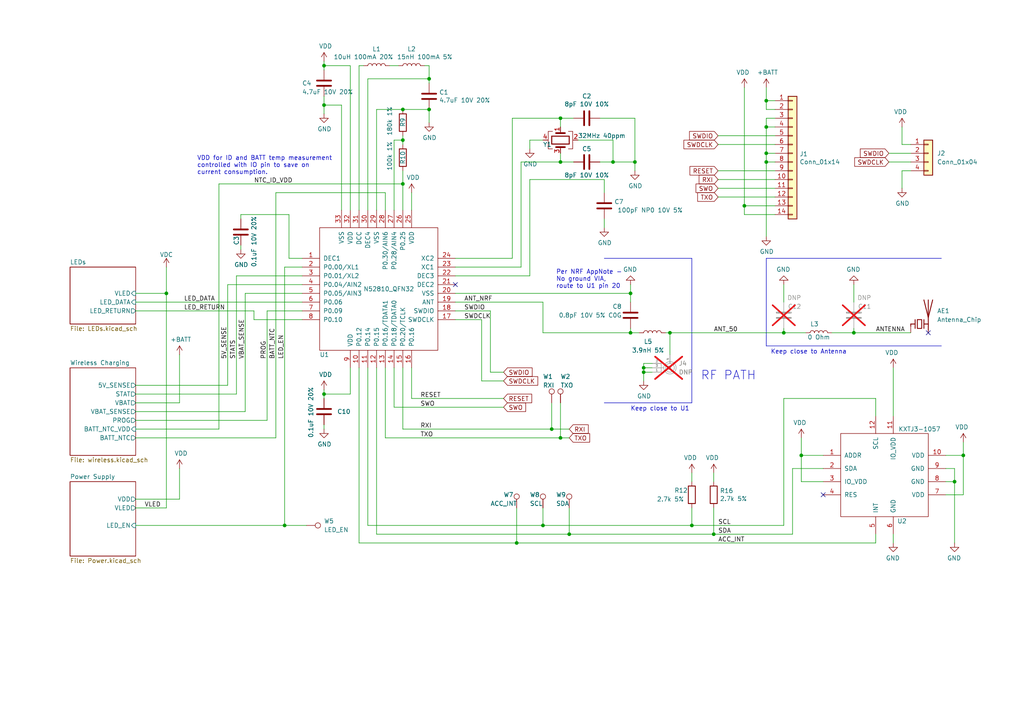
<source format=kicad_sch>
(kicad_sch (version 20230121) (generator eeschema)
  (paper "A4")
  (title_block (title "Pixels D12 Schematic, Main") (date "2022-12-23") (rev "2") (company "Systemic Games, LLC"))
  (lib_symbols
    (symbol "Connector_Generic:Conn_01x04" (pin_names (offset 1.016) hide)
      (property "Reference" "J" (at 0 5.08 0))
      (property "Value" "Conn_01x04" (at 0 -7.62 0))
      (symbol "Conn_01x04_1_1"
        (rectangle (start -1.27 -4.953) (end 0 -5.207) (stroke (width 0.1524)))
        (rectangle (start -1.27 -2.413) (end 0 -2.667) (stroke (width 0.1524)))
        (rectangle (start -1.27 0.127) (end 0 -0.127) (stroke (width 0.1524)))
        (rectangle (start -1.27 2.667) (end 0 2.413) (stroke (width 0.1524)))
        (rectangle (start -1.27 3.81) (end 1.27 -6.35) (stroke (width 0.254)) (fill (type background)))
        (pin passive line (at -5.08 2.54 0) (length 3.81) (name "Pin_1") (number "1"))
        (pin passive line (at -5.08 0 0) (length 3.81) (name "Pin_2") (number "2"))
        (pin passive line (at -5.08 -2.54 0) (length 3.81) (name "Pin_3") (number "3"))
        (pin passive line (at -5.08 -5.08 0) (length 3.81) (name "Pin_4") (number "4"))
      )
    )
    (symbol "Connector_Generic:Conn_01x14" (pin_names (offset 1.016) hide)
      (property "Reference" "J" (at 0 17.78 0))
      (property "Value" "Conn_01x14" (at 0 -20.32 0))
      (symbol "Conn_01x14_1_1"
        (rectangle (start -1.27 -17.653) (end 0 -17.907) (stroke (width 0.1524)))
        (rectangle (start -1.27 -15.113) (end 0 -15.367) (stroke (width 0.1524)))
        (rectangle (start -1.27 -12.573) (end 0 -12.827) (stroke (width 0.1524)))
        (rectangle (start -1.27 -10.033) (end 0 -10.287) (stroke (width 0.1524)))
        (rectangle (start -1.27 -7.493) (end 0 -7.747) (stroke (width 0.1524)))
        (rectangle (start -1.27 -4.953) (end 0 -5.207) (stroke (width 0.1524)))
        (rectangle (start -1.27 -2.413) (end 0 -2.667) (stroke (width 0.1524)))
        (rectangle (start -1.27 0.127) (end 0 -0.127) (stroke (width 0.1524)))
        (rectangle (start -1.27 2.667) (end 0 2.413) (stroke (width 0.1524)))
        (rectangle (start -1.27 5.207) (end 0 4.953) (stroke (width 0.1524)))
        (rectangle (start -1.27 7.747) (end 0 7.493) (stroke (width 0.1524)))
        (rectangle (start -1.27 10.287) (end 0 10.033) (stroke (width 0.1524)))
        (rectangle (start -1.27 12.827) (end 0 12.573) (stroke (width 0.1524)))
        (rectangle (start -1.27 15.367) (end 0 15.113) (stroke (width 0.1524)))
        (rectangle (start -1.27 16.51) (end 1.27 -19.05) (stroke (width 0.254)) (fill (type background)))
        (pin passive line (at -5.08 15.24 0) (length 3.81) (name "Pin_1") (number "1"))
        (pin passive line (at -5.08 -7.62 0) (length 3.81) (name "Pin_10") (number "10"))
        (pin passive line (at -5.08 -10.16 0) (length 3.81) (name "Pin_11") (number "11"))
        (pin passive line (at -5.08 -12.7 0) (length 3.81) (name "Pin_12") (number "12"))
        (pin passive line (at -5.08 -15.24 0) (length 3.81) (name "Pin_13") (number "13"))
        (pin passive line (at -5.08 -17.78 0) (length 3.81) (name "Pin_14") (number "14"))
        (pin passive line (at -5.08 12.7 0) (length 3.81) (name "Pin_2") (number "2"))
        (pin passive line (at -5.08 10.16 0) (length 3.81) (name "Pin_3") (number "3"))
        (pin passive line (at -5.08 7.62 0) (length 3.81) (name "Pin_4") (number "4"))
        (pin passive line (at -5.08 5.08 0) (length 3.81) (name "Pin_5") (number "5"))
        (pin passive line (at -5.08 2.54 0) (length 3.81) (name "Pin_6") (number "6"))
        (pin passive line (at -5.08 0 0) (length 3.81) (name "Pin_7") (number "7"))
        (pin passive line (at -5.08 -2.54 0) (length 3.81) (name "Pin_8") (number "8"))
        (pin passive line (at -5.08 -5.08 0) (length 3.81) (name "Pin_9") (number "9"))
      )
    )
    (symbol "Device:Antenna_Chip" (pin_numbers hide) (pin_names (offset 1.016) hide)
      (property "Reference" "AE" (at 0 5.08 0))
      (property "Value" "Antenna_Chip" (at 0 3.175 0))
      (symbol "Antenna_Chip_0_1"
        (polyline (pts (xy -2.54 0) (xy -2.54 -0.635)) (stroke (width 0.254)))
        (polyline (pts (xy -2.54 0) (xy -1.27 0)) (stroke (width 0.254)))
        (polyline (pts (xy 1.27 0) (xy 2.54 0)) (stroke (width 0.254)))
        (polyline (pts (xy 1.27 1.27) (xy 1.27 -1.27)) (stroke (width 0.254)))
        (polyline (pts (xy 2.54 -0.635) (xy 2.54 0)))
        (polyline (pts (xy 2.54 6.985) (xy 2.54 -1.905)) (stroke (width 0.254)))
        (polyline (pts (xy -1.27 1.27) (xy -1.27 -1.27) (xy -1.27 0)) (stroke (width 0.254)))
        (polyline (pts (xy 3.81 6.985) (xy 2.54 1.905) (xy 1.27 6.985)) (stroke (width 0.254)))
        (polyline (pts (xy -0.635 1.27) (xy 0.635 1.27) (xy 0.635 -1.27) (xy -0.635 -1.27) (xy -0.635 1.27)) (stroke (width 0.254)))
      )
      (symbol "Antenna_Chip_1_1"
        (pin input line (at -2.54 -2.54 90) (length 2.54) (name "FEED") (number "1"))
        (pin passive line (at 2.54 -2.54 90) (length 2.54) (name "PCB_Trace") (number "2"))
      )
    )
    (symbol "Device:C" (pin_numbers hide) (pin_names (offset 0.254))
      (property "Reference" "C" (at 0.635 2.54 0))
      (property "Value" "C" (at 0.635 -2.54 0))
      (symbol "C_0_1"
        (polyline (pts (xy -2.032 -0.762) (xy 2.032 -0.762)) (stroke (width 0.508)))
        (polyline (pts (xy -2.032 0.762) (xy 2.032 0.762)) (stroke (width 0.508)))
      )
      (symbol "C_1_1"
        (pin passive line (at 0 3.81 270) (length 2.794) (name "~") (number "1"))
        (pin passive line (at 0 -3.81 90) (length 2.794) (name "~") (number "2"))
      )
    )
    (symbol "Device:Crystal_GND24" (pin_names (offset 1.016) hide)
      (property "Reference" "Y" (at 3.175 5.08 0))
      (property "Value" "Crystal_GND24" (at 3.175 3.175 0))
      (symbol "Crystal_GND24_0_1"
        (rectangle (start -1.143 2.54) (end 1.143 -2.54) (stroke (width 0.3048)))
        (polyline (pts (xy -2.54 0) (xy -2.032 0)))
        (polyline (pts (xy -2.032 -1.27) (xy -2.032 1.27)) (stroke (width 0.508)))
        (polyline (pts (xy 0 -3.81) (xy 0 -3.556)))
        (polyline (pts (xy 0 3.556) (xy 0 3.81)))
        (polyline (pts (xy 2.032 -1.27) (xy 2.032 1.27)) (stroke (width 0.508)))
        (polyline (pts (xy 2.032 0) (xy 2.54 0)))
        (polyline (pts (xy -2.54 -2.286) (xy -2.54 -3.556) (xy 2.54 -3.556) (xy 2.54 -2.286)))
        (polyline (pts (xy -2.54 2.286) (xy -2.54 3.556) (xy 2.54 3.556) (xy 2.54 2.286)))
      )
      (symbol "Crystal_GND24_1_1"
        (pin passive line (at -3.81 0 0) (length 1.27) (name "1") (number "1"))
        (pin passive line (at 0 5.08 270) (length 1.27) (name "2") (number "2"))
        (pin passive line (at 3.81 0 180) (length 1.27) (name "3") (number "3"))
        (pin passive line (at 0 -5.08 90) (length 1.27) (name "4") (number "4"))
      )
    )
    (symbol "Device:L" (pin_numbers hide) (pin_names (offset 1.016) hide)
      (property "Reference" "L" (at -1.27 0 90))
      (property "Value" "L" (at 1.905 0 90))
      (symbol "L_0_1"
        (arc (start 0 -2.54) (mid 0.6323 -1.905) (end 0 -1.27))
        (arc (start 0 -1.27) (mid 0.6323 -0.635) (end 0 0))
        (arc (start 0 0) (mid 0.6323 0.635) (end 0 1.27))
        (arc (start 0 1.27) (mid 0.6323 1.905) (end 0 2.54))
      )
      (symbol "L_1_1"
        (pin passive line (at 0 3.81 270) (length 1.27) (name "1") (number "1"))
        (pin passive line (at 0 -3.81 90) (length 1.27) (name "2") (number "2"))
      )
    )
    (symbol "Device:R" (pin_numbers hide) (pin_names (offset 0))
      (property "Reference" "R" (at 2.032 0 90))
      (property "Value" "R" (at 0 0 90))
      (symbol "R_0_1"
        (rectangle (start -1.016 -2.54) (end 1.016 2.54) (stroke (width 0.254)))
      )
      (symbol "R_1_1"
        (pin passive line (at 0 3.81 270) (length 1.27) (name "~") (number "1"))
        (pin passive line (at 0 -3.81 90) (length 1.27) (name "~") (number "2"))
      )
    )
    (symbol "Pixels-dice:KXTJ3-1057" (pin_names (offset 1.016))
      (property "Reference" "U" (at 10.16 -12.7 0))
      (property "Value" "KXTJ3-1057" (at 8.89 13.97 0))
      (symbol "KXTJ3-1057_0_1"
        (rectangle (start -12.7 12.7) (end 12.7 -11.43))
      )
      (symbol "KXTJ3-1057_1_1"
        (pin input line (at -17.78 6.35 0) (length 5.08) (name "ADDR") (number "1"))
        (pin power_in line (at 17.78 6.35 180) (length 5.08) (name "VDD") (number "10"))
        (pin power_in line (at 2.54 17.78 270) (length 5.08) (name "IO_VDD") (number "11"))
        (pin input line (at -2.54 17.78 270) (length 5.08) (name "SCL") (number "12"))
        (pin bidirectional line (at -17.78 2.54 0) (length 5.08) (name "SDA") (number "2"))
        (pin power_in line (at -17.78 -1.27 0) (length 5.08) (name "IO_VDD") (number "3"))
        (pin passive line (at -17.78 -5.08 0) (length 5.08) (name "RES") (number "4"))
        (pin output line (at -2.54 -16.51 90) (length 5.08) (name "INT") (number "5"))
        (pin power_in line (at 2.54 -16.51 90) (length 5.08) (name "GND") (number "6"))
        (pin power_in line (at 17.78 -5.08 180) (length 5.08) (name "VDD") (number "7"))
        (pin power_in line (at 17.78 -1.27 180) (length 5.08) (name "GND") (number "8"))
        (pin power_in line (at 17.78 2.54 180) (length 5.08) (name "GND") (number "9"))
      )
    )
    (symbol "Pixels-dice:N52810_QFN32" (pin_names (offset 1.016))
      (property "Reference" "U" (at 13.97 -19.05 0))
      (property "Value" "N52810_QFN32" (at 2.54 0 0))
      (symbol "N52810_QFN32_0_1"
        (rectangle (start -17.78 17.78) (end 16.51 -17.78))
      )
      (symbol "N52810_QFN32_1_1"
        (pin power_out line (at -22.86 8.89 0) (length 5.08) (name "DEC1") (number "1"))
        (pin bidirectional line (at -6.35 -22.86 90) (length 5.08) (name "P0.12") (number "10"))
        (pin bidirectional line (at -3.81 -22.86 90) (length 5.08) (name "P0.14") (number "11"))
        (pin bidirectional line (at -1.27 -22.86 90) (length 5.08) (name "P0.15") (number "12"))
        (pin bidirectional line (at 1.27 -22.86 90) (length 5.08) (name "P0.16/TDATA1") (number "13"))
        (pin bidirectional line (at 3.81 -22.86 90) (length 5.08) (name "P0.18/TDATA0") (number "14"))
        (pin bidirectional line (at 6.35 -22.86 90) (length 5.08) (name "P0.20/TCLK") (number "15"))
        (pin bidirectional line (at 8.89 -22.86 90) (length 5.08) (name "P0.16") (number "16"))
        (pin bidirectional line (at 21.59 -8.89 180) (length 5.08) (name "SWDCLK") (number "17"))
        (pin bidirectional line (at 21.59 -6.35 180) (length 5.08) (name "SWDIO") (number "18"))
        (pin output line (at 21.59 -3.81 180) (length 5.08) (name "ANT") (number "19"))
        (pin bidirectional line (at -22.86 6.35 0) (length 5.08) (name "P0.00/XL1") (number "2"))
        (pin output line (at 21.59 -1.27 180) (length 5.08) (name "VSS") (number "20"))
        (pin output line (at 21.59 1.27 180) (length 5.08) (name "DEC2") (number "21"))
        (pin output line (at 21.59 3.81 180) (length 5.08) (name "DEC3") (number "22"))
        (pin output line (at 21.59 6.35 180) (length 5.08) (name "XC1") (number "23"))
        (pin input line (at 21.59 8.89 180) (length 5.08) (name "XC2") (number "24"))
        (pin power_in line (at 8.89 22.86 270) (length 5.08) (name "VDD") (number "25"))
        (pin bidirectional line (at 6.35 22.86 270) (length 5.08) (name "P0.25") (number "26"))
        (pin bidirectional line (at 3.81 22.86 270) (length 5.08) (name "P0.28/AIN4") (number "27"))
        (pin bidirectional line (at 1.27 22.86 270) (length 5.08) (name "P0.30/AIN6") (number "28"))
        (pin power_in line (at -1.27 22.86 270) (length 5.08) (name "VSS") (number "29"))
        (pin bidirectional line (at -22.86 3.81 0) (length 5.08) (name "P0.01/XL2") (number "3"))
        (pin output line (at -3.81 22.86 270) (length 5.08) (name "DEC4") (number "30"))
        (pin output line (at -6.35 22.86 270) (length 5.08) (name "DCC") (number "31"))
        (pin power_in line (at -8.89 22.86 270) (length 5.08) (name "VDD") (number "32"))
        (pin power_in line (at -11.43 22.86 270) (length 5.08) (name "VSS") (number "33"))
        (pin bidirectional line (at -22.86 1.27 0) (length 5.08) (name "P0.04/AIN2") (number "4"))
        (pin bidirectional line (at -22.86 -1.27 0) (length 5.08) (name "P0.05/AIN3") (number "5"))
        (pin bidirectional line (at -22.86 -3.81 0) (length 5.08) (name "P0.06") (number "6"))
        (pin bidirectional line (at -22.86 -6.35 0) (length 5.08) (name "P0.09") (number "7"))
        (pin bidirectional line (at -22.86 -8.89 0) (length 5.08) (name "P0.10") (number "8"))
        (pin power_in line (at -8.89 -22.86 90) (length 5.08) (name "VDD") (number "9"))
      )
    )
    (symbol "Pixels-dice:TEST_1P-conn" (pin_numbers hide) (pin_names (offset 0.762) hide)
      (property "Reference" "W" (at 0 6.858 0))
      (property "Value" "TEST_1P-conn" (at 0 5.08 0))
      (symbol "TEST_1P-conn_0_1"
        (circle (center 0 3.302) (radius 0.762))
      )
      (symbol "TEST_1P-conn_1_1"
        (pin passive line (at 0 0 90) (length 2.54) (name "1") (number "1"))
      )
    )
    (symbol "Pixels-dice:W.FL"
      (property "Reference" "J" (at 3.81 -1.27 0))
      (property "Value" "W.FL" (at 4.445 1.27 0))
      (symbol "W.FL_0_1"
        (polyline (pts (xy -1.27 -2.54) (xy 1.27 -2.54)))
        (polyline (pts (xy 0 -2.54) (xy 0 -1.905)))
        (circle (center 0 0) (radius 1.27))
        (circle (center 0 0) (radius 1.7961))
      )
      (symbol "W.FL_1_1"
        (pin passive line (at 1.27 -5.08 90) (length 2.54) (name "") (number "1"))
        (pin passive line (at -1.27 -5.08 90) (length 2.54) (name "") (number "2"))
        (pin passive line (at 0 -5.08 90) (length 2.54) (name "") (number "3"))
        (pin passive line (at -3.81 0 0) (length 2.54) (name "RF") (number "4"))
      )
    )
    (symbol "power:+BATT" (power) (pin_names (offset 0))
      (property "Value" "+BATT" (at 0 3.556 0))
      (symbol "+BATT_0_1"
        (polyline (pts (xy -0.762 1.27) (xy 0 2.54)))
        (polyline (pts (xy 0 0) (xy 0 2.54)))
        (polyline (pts (xy 0 2.54) (xy 0.762 1.27)))
      )
      (symbol "+BATT_1_1"
        (pin power_in line (at 0 0 90) (length 0) hide (name "+BATT") (number "1"))
      )
    )
    (symbol "power:GND" (power) (pin_names (offset 0))
      (property "Value" "GND" (at 0 -3.81 0))
      (symbol "GND_0_1"
        (polyline (pts (xy 0 0) (xy 0 -1.27) (xy 1.27 -1.27) (xy 0 -2.54) (xy -1.27 -1.27) (xy 0 -1.27)))
      )
      (symbol "GND_1_1"
        (pin power_in line (at 0 0 270) (length 0) hide (name "GND") (number "1"))
      )
    )
    (symbol "power:VDC" (power) (pin_names (offset 0))
      (property "Value" "VDC" (at 0 6.35 0))
      (symbol "VDC_0_1"
        (polyline (pts (xy -0.762 1.27) (xy 0 2.54)))
        (polyline (pts (xy 0 0) (xy 0 2.54)))
        (polyline (pts (xy 0 2.54) (xy 0.762 1.27)))
      )
      (symbol "VDC_1_1"
        (pin power_in line (at 0 0 90) (length 0) hide (name "VDC") (number "1"))
      )
    )
    (symbol "power:VDD" (power) (pin_names (offset 0))
      (property "Value" "VDD" (at 0 3.81 0))
      (symbol "VDD_0_1"
        (polyline (pts (xy -0.762 1.27) (xy 0 2.54)))
        (polyline (pts (xy 0 0) (xy 0 2.54)))
        (polyline (pts (xy 0 2.54) (xy 0.762 1.27)))
      )
      (symbol "VDD_1_1"
        (pin power_in line (at 0 0 90) (length 0) hide (name "VDD") (number "1"))
      )
    )
  )
  (junction (at 279.4 132.08))
  (junction (at 247.65 96.52))
  (junction (at 177.8 46.99))
  (junction (at 276.86 139.7))
  (junction (at 93.98 30.48))
  (junction (at 93.98 19.05))
  (junction (at 194.31 96.52))
  (junction (at 124.46 31.75))
  (junction (at 116.84 40.64))
  (junction (at 162.56 46.99))
  (junction (at 149.86 157.48))
  (junction (at 165.1 154.94))
  (junction (at 182.88 85.09))
  (junction (at 207.01 154.94))
  (junction (at 222.25 36.83))
  (junction (at 93.98 114.3))
  (junction (at 124.46 22.86))
  (junction (at 82.55 152.4))
  (junction (at 222.25 44.45))
  (junction (at 116.84 31.75))
  (junction (at 222.25 29.21))
  (junction (at 184.15 46.99))
  (junction (at 222.25 46.99))
  (junction (at 48.26 85.09))
  (junction (at 162.56 127))
  (junction (at 232.41 132.08))
  (junction (at 215.9 59.69))
  (junction (at 157.48 152.4))
  (junction (at 160.02 124.46))
  (junction (at 200.66 152.4))
  (junction (at 227.33 96.52))
  (junction (at 186.69 106.68))
  (junction (at 186.69 107.95))
  (junction (at 116.84 53.34))
  (junction (at 162.56 34.29))
  (junction (at 182.88 96.52))
  (no_connect (at 132.08 82.55))
  (no_connect (at 238.76 143.51))
  (no_connect (at 269.24 96.52))
  (wire (pts (xy 99.06 30.48) (xy 93.98 30.48)))
  (wire (pts (xy 99.06 30.48) (xy 99.06 60.96)))
  (wire (pts (xy 222.25 34.29) (xy 222.25 36.83)))
  (wire (pts (xy 207.01 137.16) (xy 207.01 139.7)))
  (wire (pts (xy 257.81 46.99) (xy 264.16 46.99)))
  (wire (pts (xy 194.31 96.52) (xy 227.33 96.52)))
  (wire (pts (xy 149.86 147.32) (xy 149.86 157.48)))
  (wire (pts (xy 109.22 31.75) (xy 109.22 60.96)))
  (wire (pts (xy 177.8 40.64) (xy 177.8 46.99)))
  (wire (pts (xy 227.33 96.52) (xy 233.68 96.52)))
  (wire (pts (xy 68.58 80.01) (xy 68.58 114.3)))
  (wire (pts (xy 151.13 77.47) (xy 151.13 46.99)))
  (wire (pts (xy 93.98 19.05) (xy 93.98 20.32)))
  (wire (pts (xy 232.41 139.7) (xy 232.41 132.08)))
  (wire (pts (xy 73.66 92.71) (xy 73.66 90.17)))
  (wire (pts (xy 279.4 143.51) (xy 274.32 143.51)))
  (wire (pts (xy 101.6 19.05) (xy 93.98 19.05)))
  (wire (pts (xy 173.99 46.99) (xy 177.8 46.99)))
  (wire (pts (xy 153.67 80.01) (xy 132.08 80.01)))
  (wire (pts (xy 139.7 110.49) (xy 146.05 110.49)))
  (wire (pts (xy 261.62 49.53) (xy 261.62 54.61)))
  (wire (pts (xy 132.08 74.93) (xy 148.59 74.93)))
  (wire (pts (xy 238.76 135.89) (xy 229.87 135.89)))
  (wire (pts (xy 207.01 147.32) (xy 207.01 154.94)))
  (wire (pts (xy 184.15 34.29) (xy 184.15 46.99)))
  (wire (pts (xy 224.79 46.99) (xy 222.25 46.99)))
  (wire (pts (xy 160.02 124.46) (xy 165.1 124.46)))
  (wire (pts (xy 162.56 34.29) (xy 166.37 34.29)))
  (wire (pts (xy 259.08 154.94) (xy 259.08 157.48)))
  (wire (pts (xy 39.37 114.3) (xy 68.58 114.3)))
  (wire (pts (xy 208.28 41.91) (xy 224.79 41.91)))
  (wire (pts (xy 39.37 147.32) (xy 48.26 147.32)))
  (wire (pts (xy 215.9 59.69) (xy 215.9 62.23)))
  (wire (pts (xy 116.84 124.46) (xy 116.84 106.68)))
  (wire (pts (xy 261.62 49.53) (xy 264.16 49.53)))
  (wire (pts (xy 162.56 127) (xy 165.1 127)))
  (wire (pts (xy 227.33 95.25) (xy 227.33 96.52)))
  (wire (pts (xy 80.01 55.88) (xy 111.76 55.88)))
  (wire (pts (xy 111.76 55.88) (xy 111.76 60.96)))
  (wire (pts (xy 124.46 31.75) (xy 124.46 35.56)))
  (wire (pts (xy 39.37 111.76) (xy 66.04 111.76)))
  (wire (pts (xy 93.98 114.3) (xy 93.98 115.57)))
  (wire (pts (xy 189.23 105.41) (xy 186.69 105.41)))
  (wire (pts (xy 149.86 157.48) (xy 254 157.48)))
  (wire (pts (xy 66.04 82.55) (xy 66.04 111.76)))
  (wire (pts (xy 224.79 59.69) (xy 215.9 59.69)))
  (wire (pts (xy 274.32 139.7) (xy 276.86 139.7)))
  (wire (pts (xy 148.59 74.93) (xy 148.59 34.29)))
  (wire (pts (xy 87.63 92.71) (xy 73.66 92.71)))
  (wire (pts (xy 106.68 106.68) (xy 106.68 152.4)))
  (wire (pts (xy 132.08 90.17) (xy 142.24 90.17)))
  (wire (pts (xy 114.3 106.68) (xy 114.3 118.11)))
  (wire (pts (xy 101.6 19.05) (xy 101.6 60.96)))
  (wire (pts (xy 182.88 82.55) (xy 182.88 85.09)))
  (wire (pts (xy 254 120.65) (xy 254 115.57)))
  (wire (pts (xy 261.62 41.91) (xy 264.16 41.91)))
  (wire (pts (xy 222.25 31.75) (xy 224.79 31.75)))
  (wire (pts (xy 93.98 114.3) (xy 93.98 113.03)))
  (wire (pts (xy 87.63 90.17) (xy 77.47 90.17)))
  (wire (pts (xy 142.24 107.95) (xy 146.05 107.95)))
  (wire (pts (xy 222.25 29.21) (xy 222.25 31.75)))
  (wire (pts (xy 157.48 40.64) (xy 153.67 40.64)))
  (wire (pts (xy 160.02 116.84) (xy 160.02 124.46)))
  (wire (pts (xy 186.69 107.95) (xy 186.69 110.49)))
  (wire (pts (xy 39.37 90.17) (xy 73.66 90.17)))
  (wire (pts (xy 222.25 44.45) (xy 222.25 46.99)))
  (wire (pts (xy 124.46 22.86) (xy 124.46 24.13)))
  (wire (pts (xy 186.69 105.41) (xy 186.69 106.68)))
  (wire (pts (xy 52.07 144.78) (xy 52.07 135.89)))
  (wire (pts (xy 182.88 96.52) (xy 185.42 96.52)))
  (wire (pts (xy 227.33 82.55) (xy 227.33 87.63)))
  (wire (pts (xy 182.88 95.25) (xy 182.88 96.52)))
  (wire (pts (xy 104.14 19.05) (xy 104.14 60.96)))
  (wire (pts (xy 189.23 107.95) (xy 186.69 107.95)))
  (wire (pts (xy 114.3 40.64) (xy 114.3 60.96)))
  (wire (pts (xy 39.37 87.63) (xy 87.63 87.63)))
  (wire (pts (xy 157.48 96.52) (xy 182.88 96.52)))
  (wire (pts (xy 123.19 19.05) (xy 124.46 19.05)))
  (wire (pts (xy 124.46 22.86) (xy 106.68 22.86)))
  (wire (pts (xy 165.1 154.94) (xy 207.01 154.94)))
  (wire (pts (xy 193.04 96.52) (xy 194.31 96.52)))
  (wire (pts (xy 208.28 49.53) (xy 224.79 49.53)))
  (wire (pts (xy 232.41 132.08) (xy 238.76 132.08)))
  (wire (pts (xy 173.99 34.29) (xy 184.15 34.29)))
  (wire (pts (xy 222.25 36.83) (xy 222.25 44.45)))
  (polyline (pts (xy 200.66 74.93) (xy 200.66 116.84)))
  (wire (pts (xy 39.37 85.09) (xy 48.26 85.09)))
  (wire (pts (xy 274.32 135.89) (xy 276.86 135.89)))
  (wire (pts (xy 279.4 132.08) (xy 279.4 143.51)))
  (wire (pts (xy 114.3 40.64) (xy 116.84 40.64)))
  (wire (pts (xy 151.13 46.99) (xy 162.56 46.99)))
  (wire (pts (xy 232.41 132.08) (xy 232.41 127)))
  (wire (pts (xy 101.6 114.3) (xy 93.98 114.3)))
  (wire (pts (xy 111.76 127) (xy 162.56 127)))
  (polyline (pts (xy 222.25 74.93) (xy 222.25 100.33)))
  (wire (pts (xy 227.33 115.57) (xy 227.33 152.4)))
  (wire (pts (xy 247.65 82.55) (xy 247.65 87.63)))
  (wire (pts (xy 276.86 139.7) (xy 276.86 157.48)))
  (wire (pts (xy 82.55 77.47) (xy 82.55 152.4)))
  (wire (pts (xy 200.66 137.16) (xy 200.66 139.7)))
  (wire (pts (xy 88.9 152.4) (xy 82.55 152.4)))
  (wire (pts (xy 222.25 34.29) (xy 224.79 34.29)))
  (wire (pts (xy 162.56 46.99) (xy 166.37 46.99)))
  (wire (pts (xy 215.9 62.23) (xy 224.79 62.23)))
  (wire (pts (xy 222.25 46.99) (xy 222.25 68.58)))
  (wire (pts (xy 116.84 124.46) (xy 160.02 124.46)))
  (wire (pts (xy 175.26 52.07) (xy 175.26 55.88)))
  (wire (pts (xy 182.88 85.09) (xy 182.88 87.63)))
  (wire (pts (xy 119.38 106.68) (xy 119.38 115.57)))
  (wire (pts (xy 247.65 95.25) (xy 247.65 96.52)))
  (wire (pts (xy 208.28 57.15) (xy 224.79 57.15)))
  (wire (pts (xy 157.48 152.4) (xy 200.66 152.4)))
  (wire (pts (xy 261.62 36.83) (xy 261.62 41.91)))
  (wire (pts (xy 148.59 34.29) (xy 162.56 34.29)))
  (wire (pts (xy 257.81 44.45) (xy 264.16 44.45)))
  (wire (pts (xy 39.37 144.78) (xy 52.07 144.78)))
  (wire (pts (xy 39.37 119.38) (xy 71.12 119.38)))
  (wire (pts (xy 124.46 19.05) (xy 124.46 22.86)))
  (wire (pts (xy 48.26 85.09) (xy 48.26 147.32)))
  (wire (pts (xy 82.55 77.47) (xy 87.63 77.47)))
  (wire (pts (xy 200.66 152.4) (xy 227.33 152.4)))
  (wire (pts (xy 39.37 127) (xy 80.01 127)))
  (wire (pts (xy 109.22 154.94) (xy 165.1 154.94)))
  (wire (pts (xy 119.38 55.88) (xy 119.38 60.96)))
  (wire (pts (xy 82.55 152.4) (xy 39.37 152.4)))
  (wire (pts (xy 208.28 54.61) (xy 224.79 54.61)))
  (wire (pts (xy 87.63 82.55) (xy 66.04 82.55)))
  (wire (pts (xy 116.84 49.53) (xy 116.84 53.34)))
  (wire (pts (xy 116.84 31.75) (xy 124.46 31.75)))
  (wire (pts (xy 104.14 19.05) (xy 105.41 19.05)))
  (wire (pts (xy 87.63 80.01) (xy 68.58 80.01)))
  (wire (pts (xy 116.84 53.34) (xy 63.5 53.34)))
  (wire (pts (xy 104.14 157.48) (xy 149.86 157.48)))
  (wire (pts (xy 139.7 92.71) (xy 139.7 110.49)))
  (polyline (pts (xy 222.25 74.93) (xy 273.05 74.93)))
  (wire (pts (xy 194.31 96.52) (xy 194.31 102.87)))
  (wire (pts (xy 186.69 106.68) (xy 186.69 107.95)))
  (polyline (pts (xy 175.26 74.93) (xy 200.66 74.93)))
  (wire (pts (xy 116.84 53.34) (xy 116.84 60.96)))
  (wire (pts (xy 167.64 40.64) (xy 177.8 40.64)))
  (wire (pts (xy 93.98 19.05) (xy 93.98 17.78)))
  (wire (pts (xy 132.08 87.63) (xy 157.48 87.63)))
  (wire (pts (xy 93.98 30.48) (xy 93.98 33.02)))
  (wire (pts (xy 48.26 85.09) (xy 48.26 77.47)))
  (wire (pts (xy 132.08 92.71) (xy 139.7 92.71)))
  (wire (pts (xy 63.5 53.34) (xy 63.5 124.46)))
  (wire (pts (xy 165.1 147.32) (xy 165.1 154.94)))
  (wire (pts (xy 229.87 135.89) (xy 229.87 154.94)))
  (wire (pts (xy 224.79 44.45) (xy 222.25 44.45)))
  (wire (pts (xy 69.85 71.12) (xy 69.85 72.39)))
  (wire (pts (xy 39.37 121.92) (xy 77.47 121.92)))
  (wire (pts (xy 146.05 115.57) (xy 119.38 115.57)))
  (polyline (pts (xy 222.25 100.33) (xy 273.05 100.33)))
  (wire (pts (xy 157.48 87.63) (xy 157.48 96.52)))
  (wire (pts (xy 116.84 40.64) (xy 116.84 41.91)))
  (wire (pts (xy 222.25 25.4) (xy 222.25 29.21)))
  (wire (pts (xy 162.56 116.84) (xy 162.56 127)))
  (wire (pts (xy 157.48 147.32) (xy 157.48 152.4)))
  (wire (pts (xy 83.82 62.23) (xy 69.85 62.23)))
  (wire (pts (xy 142.24 90.17) (xy 142.24 107.95)))
  (wire (pts (xy 109.22 31.75) (xy 116.84 31.75)))
  (wire (pts (xy 279.4 128.27) (xy 279.4 132.08)))
  (wire (pts (xy 247.65 96.52) (xy 264.16 96.52)))
  (wire (pts (xy 87.63 74.93) (xy 83.82 74.93)))
  (wire (pts (xy 39.37 124.46) (xy 63.5 124.46)))
  (wire (pts (xy 93.98 27.94) (xy 93.98 30.48)))
  (wire (pts (xy 153.67 52.07) (xy 153.67 80.01)))
  (wire (pts (xy 254 154.94) (xy 254 157.48)))
  (wire (pts (xy 106.68 22.86) (xy 106.68 60.96)))
  (wire (pts (xy 71.12 85.09) (xy 71.12 119.38)))
  (wire (pts (xy 177.8 46.99) (xy 184.15 46.99)))
  (wire (pts (xy 83.82 74.93) (xy 83.82 62.23)))
  (wire (pts (xy 207.01 154.94) (xy 229.87 154.94)))
  (wire (pts (xy 116.84 39.37) (xy 116.84 40.64)))
  (wire (pts (xy 80.01 55.88) (xy 80.01 127)))
  (wire (pts (xy 39.37 116.84) (xy 52.07 116.84)))
  (wire (pts (xy 104.14 106.68) (xy 104.14 157.48)))
  (wire (pts (xy 175.26 63.5) (xy 175.26 66.04)))
  (wire (pts (xy 153.67 40.64) (xy 153.67 43.18)))
  (wire (pts (xy 77.47 90.17) (xy 77.47 121.92)))
  (wire (pts (xy 113.03 19.05) (xy 115.57 19.05)))
  (wire (pts (xy 184.15 46.99) (xy 184.15 49.53)))
  (wire (pts (xy 162.56 44.45) (xy 162.56 46.99)))
  (wire (pts (xy 208.28 39.37) (xy 224.79 39.37)))
  (wire (pts (xy 162.56 36.83) (xy 162.56 34.29)))
  (wire (pts (xy 279.4 132.08) (xy 274.32 132.08)))
  (wire (pts (xy 254 115.57) (xy 227.33 115.57)))
  (wire (pts (xy 175.26 52.07) (xy 153.67 52.07)))
  (wire (pts (xy 241.3 96.52) (xy 247.65 96.52)))
  (wire (pts (xy 238.76 139.7) (xy 232.41 139.7)))
  (wire (pts (xy 146.05 118.11) (xy 114.3 118.11)))
  (wire (pts (xy 69.85 62.23) (xy 69.85 63.5)))
  (wire (pts (xy 224.79 36.83) (xy 222.25 36.83)))
  (wire (pts (xy 111.76 127) (xy 111.76 106.68)))
  (wire (pts (xy 109.22 106.68) (xy 109.22 154.94)))
  (wire (pts (xy 215.9 25.4) (xy 215.9 59.69)))
  (wire (pts (xy 276.86 135.89) (xy 276.86 139.7)))
  (wire (pts (xy 259.08 106.68) (xy 259.08 120.65)))
  (wire (pts (xy 222.25 29.21) (xy 224.79 29.21)))
  (wire (pts (xy 132.08 77.47) (xy 151.13 77.47)))
  (wire (pts (xy 200.66 147.32) (xy 200.66 152.4)))
  (wire (pts (xy 189.23 106.68) (xy 186.69 106.68)))
  (wire (pts (xy 101.6 106.68) (xy 101.6 114.3)))
  (wire (pts (xy 52.07 102.87) (xy 52.07 116.84)))
  (wire (pts (xy 87.63 85.09) (xy 71.12 85.09)))
  (polyline (pts (xy 175.26 116.84) (xy 200.66 116.84)))
  (wire (pts (xy 208.28 52.07) (xy 224.79 52.07)))
  (wire (pts (xy 106.68 152.4) (xy 157.48 152.4)))
  (wire (pts (xy 132.08 85.09) (xy 182.88 85.09)))
  (wire (pts (xy 93.98 123.19) (xy 93.98 124.46)))
  (text "RF PATH" (at 203.2 110.49 0) (effects (font (size 2.54 2.54)) (justify left bottom)))
  (text "VDD for ID and BATT temp measurement\ncontrolled with IO pin to save on\ncurrent consumption." (at 57.15 50.8 0) (effects (font (size 1.27 1.27)) (justify left bottom)))
  (text "Keep close to U1" (at 182.88 119.38 0) (effects (font (size 1.27 1.27)) (justify left bottom)))
  (text "Per NRF AppNote -\nNo ground VIA,\nroute to U1 pin 20" (at 161.29 83.82 0) (effects (font (size 1.27 1.27)) (justify left bottom)))
  (text "Keep close to Antenna" (at 223.52 102.87 0) (effects (font (size 1.27 1.27)) (justify left bottom)))
  (label "TXO" (at 121.92 127 0))
  (label "ANT_50" (at 207.01 96.52 0))
  (label "ACC_INT" (at 208.28 157.48 0))
  (label "SWDCLK" (at 134.62 92.71 0))
  (label "VBAT_SENSE" (at 71.12 104.14 90))
  (label "5V_SENSE" (at 66.04 104.14 90))
  (label "ANT_NRF" (at 134.62 87.63 0))
  (label "BATT_NTC" (at 80.01 104.14 90))
  (label "SDA" (at 208.28 154.94 0))
  (label "LED_EN" (at 82.55 104.14 90))
  (label "RXI" (at 121.92 124.46 0))
  (label "ANTENNA" (at 254 96.52 0))
  (label "SWDIO" (at 134.62 90.17 0))
  (label "SWO" (at 121.92 118.11 0))
  (label "NTC_ID_VDD" (at 73.66 53.34 0))
  (label "PROG" (at 77.47 104.14 90))
  (label "LED_DATA" (at 53.34 87.63 0))
  (label "RESET" (at 121.92 115.57 0))
  (label "LED_RETURN" (at 53.34 90.17 0))
  (label "SCL" (at 208.28 152.4 0))
  (label "VLED" (at 41.91 147.32 0))
  (label "STATS" (at 68.58 104.14 90))
  (global_label "TXO" (shape input) (at 165.1 127 0) (property "Intersheetrefs" "${INTERSHEET_REFS}" (effects hide)))
  (global_label "RESET" (shape input) (at 208.28 49.53 180) (property "Intersheetrefs" "${INTERSHEET_REFS}" (effects hide)))
  (global_label "SWDIO" (shape input) (at 146.05 107.95 0) (property "Intersheetrefs" "${INTERSHEET_REFS}" (effects hide)))
  (global_label "SWDCLK" (shape input) (at 257.81 46.99 180) (property "Intersheetrefs" "${INTERSHEET_REFS}" (effects hide)))
  (global_label "RXI" (shape input) (at 208.28 52.07 180) (property "Intersheetrefs" "${INTERSHEET_REFS}" (effects hide)))
  (global_label "SWO" (shape input) (at 146.05 118.11 0) (property "Intersheetrefs" "${INTERSHEET_REFS}" (effects hide)))
  (global_label "SWDCLK" (shape input) (at 146.05 110.49 0) (property "Intersheetrefs" "${INTERSHEET_REFS}" (effects hide)))
  (global_label "TXO" (shape input) (at 208.28 57.15 180) (property "Intersheetrefs" "${INTERSHEET_REFS}" (effects hide)))
  (global_label "RESET" (shape input) (at 146.05 115.57 0) (property "Intersheetrefs" "${INTERSHEET_REFS}" (effects hide)))
  (global_label "SWO" (shape input) (at 208.28 54.61 180) (property "Intersheetrefs" "${INTERSHEET_REFS}" (effects hide)))
  (global_label "SWDIO" (shape input) (at 257.81 44.45 180) (property "Intersheetrefs" "${INTERSHEET_REFS}" (effects hide)))
  (global_label "RXI" (shape input) (at 165.1 124.46 0) (property "Intersheetrefs" "${INTERSHEET_REFS}" (effects hide)))
  (global_label "SWDCLK" (shape input) (at 208.28 41.91 180) (property "Intersheetrefs" "${INTERSHEET_REFS}" (effects hide)))
  (global_label "SWDIO" (shape input) (at 208.28 39.37 180) (property "Intersheetrefs" "${INTERSHEET_REFS}" (effects hide)))
  (symbol (lib_id "power:GND") (at 93.98 124.46 0) (unit 1)
    (property "Reference" "#PWR016" (effects hide))
    (property "Value" "GND" (at 94.107 128.8542 0))
  )
  (symbol (lib_id "power:VDD") (at 93.98 113.03 0) (unit 1)
    (property "Reference" "#PWR014" (effects hide))
    (property "Value" "VDD" (at 94.4118 108.6358 0))
  )
  (symbol (lib_id "Device:C") (at 93.98 119.38 0) (unit 1)
    (property "Reference" "C10" (at 97.79 119.38 0) (effects (justify left)))
    (property "Value" "0.1uF 10V 20%" (at 90.17 127 90) (effects (justify left)))
    (property "Footprint" "Pixels-dice:C_0402_1005Metric" (effects hide))
    (property "Generic OK" "YES" (effects hide))
    (property "Pixels Part Number" "SMD-C005" (effects hide))
    (property "Manufacturer" "Murata" (effects hide))
    (property "Manufacturer Part Number" "GRM155R61H104KE19D" (effects hide))
  )
  (symbol (lib_id "power:GND") (at 93.98 33.02 0) (unit 1)
    (property "Reference" "#PWR08" (effects hide))
    (property "Value" "GND" (at 94.107 37.4142 0))
  )
  (symbol (lib_id "power:VDD") (at 93.98 17.78 0) (unit 1)
    (property "Reference" "#PWR01" (effects hide))
    (property "Value" "VDD" (at 94.4118 13.3858 0))
  )
  (symbol (lib_id "Device:C") (at 93.98 24.13 0) (unit 1)
    (property "Reference" "C4" (at 87.63 24.13 0) (effects (justify left)))
    (property "Value" "4.7uF 10V 20%" (at 87.63 26.67 0) (effects (justify left)))
    (property "Footprint" "Pixels-dice:C_0402_1005Metric" (effects hide))
    (property "Generic OK" "YES" (effects hide))
    (property "Pixels Part Number" "SMD-C002" (effects hide))
    (property "Manufacturer" "Murata" (effects hide))
    (property "Manufacturer Part Number" "GRM155R61A475MEAAJ" (effects hide))
  )
  (symbol (lib_id "power:GND") (at 69.85 72.39 0) (unit 1)
    (property "Reference" "#PWR05" (effects hide))
    (property "Value" "GND" (at 69.977 76.7842 0))
  )
  (symbol (lib_id "Device:C") (at 69.85 67.31 0) (unit 1)
    (property "Reference" "C3" (at 68.58 71.12 90) (effects (justify left)))
    (property "Value" "0.1uF 10V 20%" (at 73.66 77.47 90) (effects (justify left)))
    (property "Footprint" "Pixels-dice:C_0402_1005Metric" (effects hide))
    (property "Generic OK" "YES" (effects hide))
    (property "Pixels Part Number" "SMD-C005" (effects hide))
    (property "Manufacturer" "Murata" (effects hide))
    (property "Manufacturer Part Number" "GRM155R61H104KE19D" (effects hide))
  )
  (symbol (lib_id "Device:L") (at 109.22 19.05 90) (unit 1)
    (property "Reference" "L1" (at 109.22 14.224 90))
    (property "Value" "10uH 100mA 20%" (at 105.41 16.51 90))
    (property "Footprint" "Inductor_SMD:L_0805_2012Metric" (effects hide))
    (property "Generic OK" "YES" (effects hide))
    (property "Pixels Part Number" "SMD-L001" (effects hide))
    (property "Manufacturer" "Murata" (effects hide))
    (property "Manufacturer Part Number" "LQM21FN100M80L" (effects hide))
  )
  (symbol (lib_id "Device:L") (at 119.38 19.05 90) (unit 1)
    (property "Reference" "L2" (at 119.38 14.224 90))
    (property "Value" "15nH 100mA 5%" (at 123.19 16.51 90))
    (property "Footprint" "Inductor_SMD:L_0402_1005Metric" (effects hide))
    (property "Generic OK" "YES" (effects hide))
    (property "Pixels Part Number" "SMD-L002" (effects hide))
    (property "Manufacturer" "Murata" (effects hide))
    (property "Manufacturer Part Number" "LQG15HS15NJ02D" (effects hide))
  )
  (symbol (lib_id "Device:C") (at 124.46 27.94 0) (unit 1)
    (property "Reference" "C1" (at 127.381 26.7716 0) (effects (justify left)))
    (property "Value" "4.7uF 10V 20%" (at 127.381 29.083 0) (effects (justify left)))
    (property "Footprint" "Pixels-dice:C_0402_1005Metric" (effects hide))
    (property "Generic OK" "YES" (effects hide))
    (property "Pixels Part Number" "SMD-C002" (effects hide))
    (property "Manufacturer" "Murata" (effects hide))
    (property "Manufacturer Part Number" "GRM155R61A475MEAAJ" (effects hide))
  )
  (symbol (lib_id "power:GND") (at 124.46 35.56 0) (unit 1)
    (property "Reference" "#PWR03" (effects hide))
    (property "Value" "GND" (at 124.587 39.9542 0))
  )
  (symbol (lib_id "Device:Crystal_GND24") (at 162.56 40.64 270) (unit 1)
    (property "Reference" "Y1" (at 157.48 41.91 90) (effects (justify left)))
    (property "Value" "32MHz 40ppm" (at 167.64 39.37 90) (effects (justify left)))
    (property "Footprint" "Pixels-dice:Crystal_SMD_2016-4Pin_2.0x1.6mm" (effects hide))
    (property "Generic OK" "YES" (effects hide))
    (property "Manufacturer" "Murata" (effects hide))
    (property "Manufacturer Part Number" "XRCGB32M000F2P00R0" (effects hide))
    (property "Pixels Part Number" "SMD-Y001" (effects hide))
  )
  (symbol (lib_id "Device:C") (at 170.18 34.29 270) (unit 1)
    (property "Reference" "C2" (at 170.18 27.8892 90))
    (property "Value" "8pF 10V 10%" (at 170.18 30.2006 90))
    (property "Footprint" "Pixels-dice:C_0402_1005Metric" (effects hide))
    (property "Generic OK" "YES" (effects hide))
    (property "Pixels Part Number" "SMD-C001" (effects hide))
    (property "Manufacturer" "Murata" (effects hide))
    (property "Manufacturer Part Number" "GRT1555C2A8R0DA02" (effects hide))
  )
  (symbol (lib_id "Device:C") (at 170.18 46.99 270) (unit 1)
    (property "Reference" "C5" (at 170.18 43.18 90))
    (property "Value" "8pF 10V 10%" (at 170.18 50.8 90))
    (property "Footprint" "Pixels-dice:C_0402_1005Metric" (effects hide))
    (property "Generic OK" "YES" (effects hide))
    (property "Pixels Part Number" "SMD-C001" (effects hide))
    (property "Manufacturer" "Murata" (effects hide))
    (property "Manufacturer Part Number" "GRT1555C2A8R0DA02" (effects hide))
  )
  (symbol (lib_id "power:GND") (at 184.15 49.53 0) (unit 1)
    (property "Reference" "#PWR09" (effects hide))
    (property "Value" "GND" (at 184.277 53.9242 0))
  )
  (symbol (lib_id "power:GND") (at 175.26 66.04 0) (unit 1)
    (property "Reference" "#PWR011" (effects hide))
    (property "Value" "GND" (at 175.387 70.4342 0))
  )
  (symbol (lib_id "Device:C") (at 175.26 59.69 0) (unit 1)
    (property "Reference" "C7" (at 178.181 58.5216 0) (effects (justify left)))
    (property "Value" "100pF NP0 10V 5%" (at 179.07 60.96 0) (effects (justify left)))
    (property "Footprint" "Pixels-dice:C_0402_1005Metric" (effects hide))
    (property "Generic OK" "YES" (effects hide))
    (property "Pixels Part Number" "SMD-C003" (effects hide))
    (property "Manufacturer" "Murata" (effects hide))
    (property "Manufacturer Part Number" "GCM1555C1H101JA16J" (effects hide))
  )
  (symbol (lib_id "power:GND") (at 153.67 43.18 0) (unit 1)
    (property "Reference" "#PWR06" (effects hide))
    (property "Value" "GND" (at 153.797 47.5742 0))
  )
  (symbol (lib_id "power:VDD") (at 52.07 135.89 0) (unit 1)
    (property "Reference" "#PWR021" (effects hide))
    (property "Value" "VDD" (at 52.5018 131.4958 0))
  )
  (symbol (lib_id "Pixels-dice:TEST_1P-conn") (at 160.02 116.84 0) (unit 1)
    (property "Reference" "W1" (at 157.48 109.22 0) (effects (justify left)))
    (property "Value" "RXI" (at 157.48 111.76 0) (effects (justify left)))
    (property "Footprint" "Pixels-dice:TEST_PIN" (effects hide))
    (property "Generic OK" "N/A" (effects hide))
  )
  (symbol (lib_id "Pixels-dice:TEST_1P-conn") (at 162.56 116.84 0) (unit 1)
    (property "Reference" "W2" (at 162.56 109.22 0) (effects (justify left)))
    (property "Value" "TXO" (at 162.56 111.76 0) (effects (justify left)))
    (property "Footprint" "Pixels-dice:TEST_PIN" (effects hide))
    (property "Generic OK" "N/A" (effects hide))
  )
  (symbol (lib_id "Pixels-dice:TEST_1P-conn") (at 88.9 152.4 270) (unit 1)
    (property "Reference" "W5" (at 93.98 151.13 90) (effects (justify left)))
    (property "Value" "LED_EN" (at 93.98 153.67 90) (effects (justify left)))
    (property "Footprint" "Pixels-dice:TEST_PIN" (effects hide))
    (property "Generic OK" "N/A" (effects hide))
  )
  (symbol (lib_id "Pixels-dice:TEST_1P-conn") (at 149.86 147.32 0) (unit 1)
    (property "Reference" "W7" (at 146.05 143.51 0) (effects (justify left)))
    (property "Value" "ACC_INT" (at 142.24 146.05 0) (effects (justify left)))
    (property "Footprint" "Pixels-dice:TEST_PIN" (effects hide))
    (property "Generic OK" "N/A" (effects hide))
  )
  (symbol (lib_id "Pixels-dice:TEST_1P-conn") (at 157.48 147.32 0) (unit 1)
    (property "Reference" "W8" (at 153.67 143.51 0) (effects (justify left)))
    (property "Value" "SCL" (at 153.67 146.05 0) (effects (justify left)))
    (property "Footprint" "Pixels-dice:TEST_PIN" (effects hide))
    (property "Generic OK" "N/A" (effects hide))
  )
  (symbol (lib_id "Pixels-dice:TEST_1P-conn") (at 165.1 147.32 0) (unit 1)
    (property "Reference" "W9" (at 161.29 143.51 0) (effects (justify left)))
    (property "Value" "SDA" (at 161.29 146.05 0) (effects (justify left)))
    (property "Footprint" "Pixels-dice:TEST_PIN" (effects hide))
    (property "Generic OK" "N/A" (effects hide))
  )
  (symbol (lib_id "Pixels-dice:N52810_QFN32") (at 110.49 83.82 0) (unit 1)
    (property "Reference" "U1" (at 92.71 102.87 0) (effects (justify left)))
    (property "Value" "N52810_QFN32" (at 105.41 83.82 0) (effects (justify left)))
    (property "Footprint" "Package_DFN_QFN:QFN-32-1EP_5x5mm_P0.5mm_EP3.1x3.1mm" (effects hide))
    (property "Generic OK" "NO" (effects hide))
    (property "Manufacturer" "Nordic Semiconductor" (effects hide))
    (property "Manufacturer Part Number" "NRF52810-QCAA-R" (effects hide))
    (property "Pixels Part Number" "SMD-U001" (effects hide))
  )
  (symbol (lib_id "power:VDD") (at 119.38 55.88 0) (unit 1)
    (property "Reference" "#PWR04" (effects hide))
    (property "Value" "VDD" (at 119.8118 51.4858 0))
  )
  (symbol (lib_id "Connector_Generic:Conn_01x14") (at 229.87 44.45 0) (unit 1)
    (property "Reference" "J1" (at 231.902 44.6532 0) (effects (justify left)))
    (property "Value" "Conn_01x14" (at 231.902 46.9646 0) (effects (justify left)))
    (property "Footprint" "Pixels-dice:FPC_14" (effects hide))
    (property "Generic OK" "N/A" (effects hide))
  )
  (symbol (lib_id "power:+BATT") (at 222.25 25.4 0) (unit 1)
    (property "Reference" "#PWR07" (effects hide))
    (property "Value" "+BATT" (at 222.631 21.0058 0))
  )
  (symbol (lib_id "power:VDD") (at 215.9 25.4 0) (mirror y) (unit 1)
    (property "Reference" "#PWR02" (effects hide))
    (property "Value" "VDD" (at 215.4682 21.0058 0))
  )
  (symbol (lib_id "power:GND") (at 222.25 68.58 0) (unit 1)
    (property "Reference" "#PWR013" (effects hide))
    (property "Value" "GND" (at 222.377 72.9742 0))
  )
  (symbol (lib_id "Device:R") (at 116.84 45.72 0) (unit 1)
    (property "Reference" "R10" (at 116.84 45.72 90))
    (property "Value" "100k 1%" (at 113.03 49.53 90) (effects (justify left)))
    (property "Footprint" "Pixels-dice:R_0402_1005Metric" (effects hide))
    (property "Generic OK" "YES" (effects hide))
    (property "Pixels Part Number" "SMD-R006" (effects hide))
    (property "Manufacturer" "UNI-ROYAL(Uniroyal Elec)" (effects hide))
    (property "Manufacturer Part Number" "0402WGF1003TCE" (effects hide))
  )
  (symbol (lib_id "Device:R") (at 116.84 35.56 0) (unit 1)
    (property "Reference" "R9" (at 116.84 36.83 90) (effects (justify left)))
    (property "Value" "180k 1%" (at 113.03 39.37 90) (effects (justify left)))
    (property "Footprint" "Resistor_SMD:R_0402_1005Metric" (effects hide))
    (property "Generic OK" "YES" (effects hide))
    (property "Pixels Part Number" "SMD-R006" (effects hide))
    (property "Manufacturer" "UNI-ROYAL(Uniroyal Elec)" (effects hide))
    (property "Manufacturer Part Number" "0402WGF1803TCE" (effects hide))
  )
  (symbol (lib_id "Device:R") (at 200.66 143.51 0) (unit 1)
    (property "Reference" "R12" (at 195.58 142.24 0) (effects (justify left)))
    (property "Value" "2.7k 5%" (at 190.5 144.78 0) (effects (justify left)))
    (property "Footprint" "Pixels-dice:R_0402_1005Metric" (effects hide))
    (property "Generic OK" "YES" (effects hide))
    (property "Manufacturer" "UNI-ROYAL(Uniroyal Elec)" (effects hide))
    (property "Manufacturer Part Number" "0402WGJ0272TCE" (effects hide))
    (property "Pixels Part Number" "SMD-R021" (effects hide))
  )
  (symbol (lib_id "Device:R") (at 207.01 143.51 0) (unit 1)
    (property "Reference" "R16" (at 208.788 142.3416 0) (effects (justify left)))
    (property "Value" "2.7k 5%" (at 208.788 144.653 0) (effects (justify left)))
    (property "Footprint" "Pixels-dice:R_0402_1005Metric" (effects hide))
    (property "Generic OK" "YES" (effects hide))
    (property "Manufacturer" "UNI-ROYAL(Uniroyal Elec)" (effects hide))
    (property "Manufacturer Part Number" "0402WGJ0272TCE" (effects hide))
    (property "Pixels Part Number" "SMD-R021" (effects hide))
  )
  (symbol (lib_id "power:VDD") (at 207.01 137.16 0) (mirror y) (unit 1)
    (property "Reference" "#PWR046" (effects hide))
    (property "Value" "VDD" (at 206.5782 132.7658 0))
  )
  (symbol (lib_id "power:VDD") (at 200.66 137.16 0) (mirror y) (unit 1)
    (property "Reference" "#PWR045" (effects hide))
    (property "Value" "VDD" (at 200.2282 132.7658 0))
  )
  (symbol (lib_id "Pixels-dice:KXTJ3-1057") (at 256.54 138.43 0) (unit 1)
    (property "Reference" "U2" (at 261.62 151.13 0))
    (property "Value" "KXTJ3-1057" (at 266.7 124.46 0))
    (property "Footprint" "Package_LGA:LGA-12_2x2mm_P0.5mm" (effects hide))
    (property "Manufacturer" "Kionix" (effects hide))
    (property "Manufacturer Part Number" "KXTJ3-1057" (effects hide))
    (property "Pixels Part Number" "SMD-U002-ALT1" (effects hide))
    (property "Generic OK" "NO" (effects hide))
  )
  (symbol (lib_id "power:VDD") (at 279.4 128.27 0) (mirror y) (unit 1)
    (property "Reference" "#PWR037" (effects hide))
    (property "Value" "VDD" (at 278.9682 123.8758 0))
  )
  (symbol (lib_id "power:GND") (at 259.08 157.48 0) (mirror y) (unit 1)
    (property "Reference" "#PWR047" (effects hide))
    (property "Value" "GND" (at 258.953 161.8742 0))
  )
  (symbol (lib_id "power:GND") (at 276.86 157.48 0) (mirror y) (unit 1)
    (property "Reference" "#PWR048" (effects hide))
    (property "Value" "GND" (at 276.733 161.8742 0))
  )
  (symbol (lib_id "power:VDD") (at 259.08 106.68 0) (mirror y) (unit 1)
    (property "Reference" "#PWR015" (effects hide))
    (property "Value" "VDD" (at 258.6482 102.2858 0))
  )
  (symbol (lib_id "power:VDD") (at 232.41 127 0) (mirror y) (unit 1)
    (property "Reference" "#PWR023" (effects hide))
    (property "Value" "VDD" (at 231.9782 122.6058 0))
  )
  (symbol (lib_id "Pixels-dice:W.FL") (at 194.31 106.68 270) (unit 1) (dnp yes)
    (property "Reference" "J4" (at 196.85 105.4099 90) (effects (justify left)))
    (property "Value" "DNP" (at 196.85 107.9499 90) (effects (justify left)))
    (property "Footprint" "RFFrontEnd:MFH3.RECE.20369.001E.01" (effects hide))
    (property "Generic OK" "N/A" (effects hide))
  )
  (symbol (lib_id "Device:C") (at 247.65 91.44 180) (unit 1) (dnp yes)
    (property "Reference" "C11" (at 252.73 88.9 0) (effects (justify left)))
    (property "Value" "DNP" (at 252.73 86.36 0) (effects (justify left)))
    (property "Footprint" "Pixels-dice:0402_RF" (effects hide))
    (property "Generic OK" "YES" (effects hide))
  )
  (symbol (lib_id "Device:C") (at 182.88 91.44 180) (unit 1)
    (property "Reference" "C8" (at 180.34 88.9 0) (effects (justify left)))
    (property "Value" "0.8pF 10V 5% C0G" (at 180.34 91.44 0) (effects (justify left)))
    (property "Footprint" "Pixels-dice:0402_RF" (effects hide))
    (property "Generic OK" "YES" (effects hide))
    (property "Pixels Part Number" "SMD-C004" (effects hide))
    (property "Manufacturer" "Murata" (effects hide))
    (property "Manufacturer Part Number" "GJM1555C1HR80BB01" (effects hide))
  )
  (symbol (lib_id "power:GND") (at 227.33 82.55 180) (unit 1)
    (property "Reference" "#PWR0132" (effects hide))
    (property "Value" "GND" (at 227.203 78.1558 0))
  )
  (symbol (lib_id "Connector_Generic:Conn_01x04") (at 269.24 44.45 0) (unit 1)
    (property "Reference" "J2" (at 271.78 44.4499 0) (effects (justify left)))
    (property "Value" "Conn_01x04" (at 271.78 46.9899 0) (effects (justify left)))
    (property "Footprint" "Pixels-dice:FPC-POGO-4" (effects hide))
    (property "Generic OK" "N/A" (effects hide))
  )
  (symbol (lib_id "power:GND") (at 186.69 110.49 0) (unit 1)
    (property "Reference" "#PWR0133" (effects hide))
    (property "Value" "GND" (at 186.817 114.8842 0))
  )
  (symbol (lib_id "Device:L") (at 237.49 96.52 90) (unit 1)
    (property "Reference" "L3" (at 236.22 93.98 90))
    (property "Value" "0 Ohm" (at 237.49 97.79 90))
    (property "Footprint" "Pixels-dice:0402_RF" (effects hide))
    (property "Generic OK" "YES" (effects hide))
    (property "Manufacturer" "UNI-ROYAL(Uniroyal Elec)" (effects hide))
    (property "Manufacturer Part Number" "0402WGJ0000TCE" (effects hide))
  )
  (symbol (lib_id "power:GND") (at 182.88 82.55 180) (unit 1)
    (property "Reference" "#PWR0130" (effects hide))
    (property "Value" "GND" (at 182.753 78.1558 0))
  )
  (symbol (lib_id "Device:Antenna_Chip") (at 266.7 93.98 0) (unit 1)
    (property "Reference" "AE1" (at 271.78 90.1699 0) (effects (justify left)))
    (property "Value" "Antenna_Chip" (at 271.78 92.7099 0) (effects (justify left)))
    (property "Footprint" "Pixels-dice:CHIP_ANT" (effects hide))
    (property "Generic OK" "NO" (effects hide))
    (property "Manufacturer" "Microgate" (effects hide))
    (property "Manufacturer Part Number" "MGMA3216H2450-A02" (effects hide))
  )
  (symbol (lib_id "power:GND") (at 261.62 54.61 0) (unit 1)
    (property "Reference" "#PWR0125" (effects hide))
    (property "Value" "GND" (at 261.747 59.0042 0))
  )
  (symbol (lib_id "power:VDD") (at 261.62 36.83 0) (mirror y) (unit 1)
    (property "Reference" "#PWR0126" (effects hide))
    (property "Value" "VDD" (at 261.1882 32.4358 0))
  )
  (symbol (lib_id "power:GND") (at 247.65 82.55 180) (unit 1)
    (property "Reference" "#PWR0131" (effects hide))
    (property "Value" "GND" (at 247.523 78.1558 0))
  )
  (symbol (lib_id "Device:C") (at 227.33 91.44 180) (unit 1) (dnp yes)
    (property "Reference" "C12" (at 232.41 88.9 0) (effects (justify left)))
    (property "Value" "DNP" (at 232.41 86.36 0) (effects (justify left)))
    (property "Footprint" "Pixels-dice:0402_RF" (effects hide))
    (property "Generic OK" "YES" (effects hide))
  )
  (symbol (lib_id "power:VDC") (at 48.26 77.47 0) (unit 1)
    (property "Reference" "#PWR010" (effects hide))
    (property "Value" "VDC" (at 48.26 73.8655 0))
  )
  (symbol (lib_id "power:+BATT") (at 52.07 102.87 0) (unit 1)
    (property "Reference" "#PWR0143" (effects hide))
    (property "Value" "+BATT" (at 52.451 98.4758 0))
  )
  (symbol (lib_id "Device:L") (at 189.23 96.52 90) (unit 1)
    (property "Reference" "L5" (at 187.96 99.06 90))
    (property "Value" "3.9nH 5%" (at 187.96 101.6 90))
    (property "Footprint" "Pixels-dice:0402_RF" (effects hide))
    (property "Generic OK" "YES" (effects hide))
    (property "Manufacturer" "Murata" (effects hide))
    (property "Manufacturer Part Number" "LQG15HS3N9B02D" (effects hide))
  )
  (sheet (at 20.32 139.7) (size 19.05 21.59)
    (property "Sheetname" "Power Supply" (at 20.32 138.9884 0) (effects (justify left bottom)))
    (property "Sheetfile" "Power.kicad_sch" (at 20.32 161.8746 0) (effects (justify left top)))
    (pin "VDD" output (at 39.37 144.78 0))
    (pin "VLED" output (at 39.37 147.32 0))
    (pin "LED_EN" input (at 39.37 152.4 0))
  )
  (sheet (at 20.32 77.47) (size 19.05 16.51)
    (property "Sheetname" "LEDs" (at 20.32 76.7584 0) (effects (justify left bottom)))
    (property "Sheetfile" "LEDs.kicad_sch" (at 20.32 94.5646 0) (effects (justify left top)))
    (pin "VLED" input (at 39.37 85.09 0))
    (pin "LED_DATA" input (at 39.37 87.63 0))
    (pin "LED_RETURN" output (at 39.37 90.17 0))
  )
  (sheet (at 20.32 106.68) (size 19.05 25.4) (stroke (width 0.1524))
    (property "Sheetname" "Wireless Charging" (at 20.32 105.9684 0) (effects (justify left bottom)))
    (property "Sheetfile" "wireless.kicad_sch" (at 20.32 132.6646 0) (effects (justify left top)))
    (pin "VBAT" output (at 39.37 116.84 0))
    (pin "STAT" output (at 39.37 114.3 0))
    (pin "5V_SENSE" output (at 39.37 111.76 0))
    (pin "VBAT_SENSE" output (at 39.37 119.38 0))
    (pin "PROG" output (at 39.37 121.92 0))
    (pin "BATT_NTC_VDD" input (at 39.37 124.46 0))
    (pin "BATT_NTC" output (at 39.37 127 0))
  )
)
</source>
